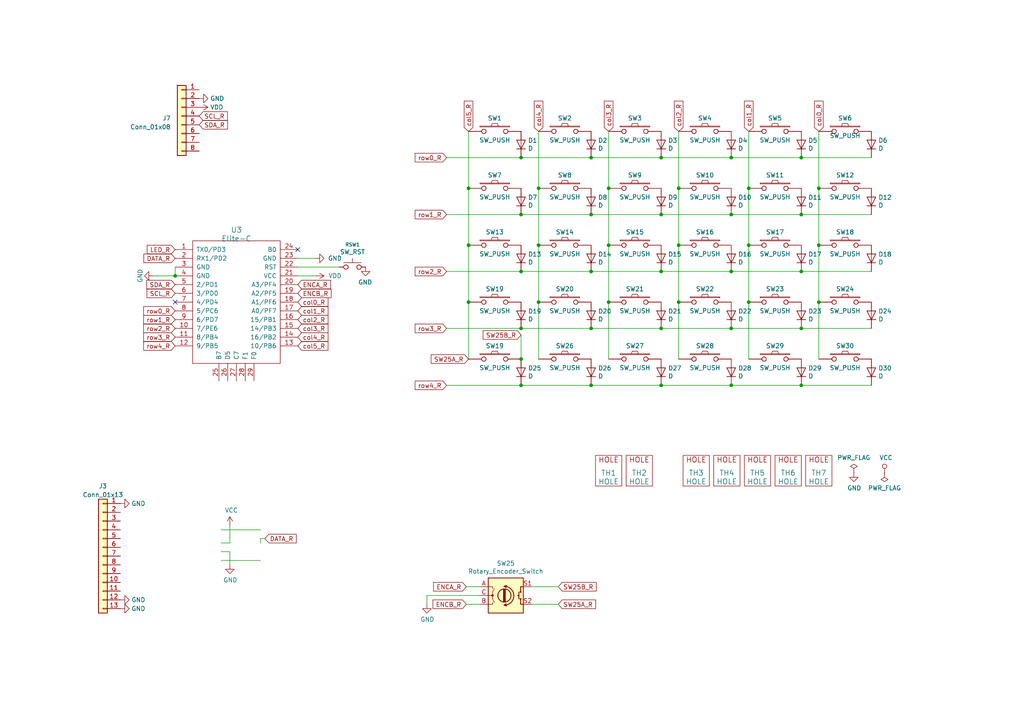
<source format=kicad_sch>
(kicad_sch (version 20230121) (generator eeschema)
  (paper "A4")
  (lib_symbols
    (symbol "Connector_Generic:Conn_01x08" (pin_names (offset 1.016) hide)
      (property "Reference" "J" (at 0 10.16 0))
      (property "Value" "Conn_01x08" (at 0 -12.7 0))
      (symbol "Conn_01x08_1_1"
        (pin passive line (at -5.08 7.62 0) (length 3.81) (name "Pin_1") (number "1"))
        (pin passive line (at -5.08 5.08 0) (length 3.81) (name "Pin_2") (number "2"))
        (pin passive line (at -5.08 2.54 0) (length 3.81) (name "Pin_3") (number "3"))
        (pin passive line (at -5.08 0 0) (length 3.81) (name "Pin_4") (number "4"))
        (pin passive line (at -5.08 -2.54 0) (length 3.81) (name "Pin_5") (number "5"))
        (pin passive line (at -5.08 -5.08 0) (length 3.81) (name "Pin_6") (number "6"))
        (pin passive line (at -5.08 -7.62 0) (length 3.81) (name "Pin_7") (number "7"))
        (pin passive line (at -5.08 -10.16 0) (length 3.81) (name "Pin_8") (number "8"))
      )
    )
    (symbol "Connector_Generic:Conn_01x13" (pin_names (offset 1.016) hide)
      (property "Reference" "J" (at 0 17.78 0))
      (property "Value" "Conn_01x13" (at 0 -17.78 0))
      (symbol "Conn_01x13_1_1"
        (pin passive line (at -5.08 15.24 0) (length 3.81) (name "Pin_1") (number "1"))
        (pin passive line (at -5.08 -7.62 0) (length 3.81) (name "Pin_10") (number "10"))
        (pin passive line (at -5.08 -10.16 0) (length 3.81) (name "Pin_11") (number "11"))
        (pin passive line (at -5.08 -12.7 0) (length 3.81) (name "Pin_12") (number "12"))
        (pin passive line (at -5.08 -15.24 0) (length 3.81) (name "Pin_13") (number "13"))
        (pin passive line (at -5.08 12.7 0) (length 3.81) (name "Pin_2") (number "2"))
        (pin passive line (at -5.08 10.16 0) (length 3.81) (name "Pin_3") (number "3"))
        (pin passive line (at -5.08 7.62 0) (length 3.81) (name "Pin_4") (number "4"))
        (pin passive line (at -5.08 5.08 0) (length 3.81) (name "Pin_5") (number "5"))
        (pin passive line (at -5.08 2.54 0) (length 3.81) (name "Pin_6") (number "6"))
        (pin passive line (at -5.08 0 0) (length 3.81) (name "Pin_7") (number "7"))
        (pin passive line (at -5.08 -2.54 0) (length 3.81) (name "Pin_8") (number "8"))
        (pin passive line (at -5.08 -5.08 0) (length 3.81) (name "Pin_9") (number "9"))
      )
    )
    (symbol "SofleKeyboard-rescue:D-Lily58-cache-Lily58_Pro-rescue" (pin_numbers hide) (pin_names (offset 1.016) hide)
      (property "Reference" "D" (at 0 2.54 0))
      (property "Value" "D-Lily58-cache-Lily58_Pro-rescue" (at 0 -2.54 0))
      (symbol "D-Lily58-cache-Lily58_Pro-rescue_1_1"
        (pin passive line (at -3.81 0 0) (length 2.54) (name "K") (number "1"))
        (pin passive line (at 3.81 0 180) (length 2.54) (name "A") (number "2"))
      )
    )
    (symbol "SofleKeyboard-rescue:GND-Lily58-cache-Lily58_Pro-rescue" (power) (pin_names (offset 0))
      (property "Value" "GND-Lily58-cache-Lily58_Pro-rescue" (at 0 -3.81 0))
      (symbol "GND-Lily58-cache-Lily58_Pro-rescue_1_1"
        (pin power_in line (at 0 0 0) (length 0) hide (name "GND") (number "1"))
      )
    )
    (symbol "SofleKeyboard-rescue:HOLE-Lily58-cache-Lily58_Pro-rescue" (pin_names (offset 1.016))
      (property "Reference" "U" (at 0 0 0))
      (property "Value" "HOLE-Lily58-cache-Lily58_Pro-rescue" (at 0 -5.08 0))
      (symbol "HOLE-Lily58-cache-Lily58_Pro-rescue_0_0"
        (text "HOLE" (at 0 3.81 0) (effects (font (size 1.524 1.524))))
      )
    )
    (symbol "SofleKeyboard-rescue:PWR_FLAG-Lily58-cache-Lily58_Pro-rescue" (power) (pin_numbers hide) (pin_names (offset 0) hide)
      (property "Value" "PWR_FLAG-Lily58-cache-Lily58_Pro-rescue" (at 0 3.81 0))
      (symbol "PWR_FLAG-Lily58-cache-Lily58_Pro-rescue_0_0"
        (pin power_out line (at 0 0 90) (length 0) (name "pwr") (number "1"))
      )
    )
    (symbol "SofleKeyboard-rescue:Rotary_Encoder_Switch-Device" (pin_names (offset 0.254) hide)
      (property "Reference" "SW" (at 0 6.604 0))
      (property "Value" "Device_Rotary_Encoder_Switch" (at 0 -6.604 0))
      (symbol "Rotary_Encoder_Switch-Device_1_1"
        (pin passive line (at -7.62 2.54 0) (length 2.54) (name "A") (number "A"))
        (pin passive line (at -7.62 -2.54 0) (length 2.54) (name "B") (number "B"))
        (pin passive line (at -7.62 0 0) (length 2.54) (name "C") (number "C"))
        (pin passive line (at 7.62 2.54 180) (length 2.54) (name "S1") (number "S1"))
        (pin passive line (at 7.62 -2.54 180) (length 2.54) (name "S2") (number "S2"))
      )
    )
    (symbol "SofleKeyboard-rescue:SW_PUSH-Lily58-cache-Lily58_Pro-rescue" (pin_numbers hide) (pin_names (offset 1.016) hide)
      (property "Reference" "SW" (at 3.81 2.794 0))
      (property "Value" "SW_PUSH-Lily58-cache-Lily58_Pro-rescue" (at 0 -2.032 0))
      (symbol "SW_PUSH-Lily58-cache-Lily58_Pro-rescue_0_1"
        (pin passive inverted (at -7.62 0 0) (length 5.08) (name "1") (number "1"))
        (pin passive inverted (at 7.62 0 180) (length 5.08) (name "2") (number "2"))
      )
    )
    (symbol "SofleKeyboard-rescue:SW_RST-Lily58-cache-Lily58_Pro-rescue" (pin_numbers hide) (pin_names (offset 1.016) hide)
      (property "Reference" "RSW" (at 2.54 2.54 0))
      (property "Value" "SW_RST-Lily58-cache-Lily58_Pro-rescue" (at 0 -2.54 0))
      (symbol "SW_RST-Lily58-cache-Lily58_Pro-rescue_0_1"
        (pin passive inverted (at -3.81 0 0) (length 2.54) (name "1") (number "1"))
        (pin passive inverted (at 3.81 0 180) (length 2.54) (name "2") (number "2"))
      )
    )
    (symbol "SofleKeyboard-rescue:VCC-Lily58-cache-Lily58_Pro-rescue" (power) (pin_names (offset 0))
      (property "Value" "VCC-Lily58-cache-Lily58_Pro-rescue" (at 0 3.81 0))
      (symbol "VCC-Lily58-cache-Lily58_Pro-rescue_1_1"
        (pin power_in line (at 0 0 90) (length 0) hide (name "VCC") (number "1"))
      )
    )
    (symbol "keebio:Elite-C" (pin_names (offset 1.016))
      (property "Reference" "U" (at 0 0 0))
      (property "Value" "Elite-C" (at 0 2.54 0))
      (symbol "Elite-C_1_1"
        (pin input line (at -17.78 13.97 0) (length 5.08) (name "TX0/PD3") (number "1"))
        (pin input line (at -17.78 -8.89 0) (length 5.08) (name "7/PE6") (number "10"))
        (pin input line (at -17.78 -11.43 0) (length 5.08) (name "8/PB4") (number "11"))
        (pin input line (at -17.78 -13.97 0) (length 5.08) (name "9/PB5") (number "12"))
        (pin input line (at 17.78 -13.97 180) (length 5.08) (name "10/PB6") (number "13"))
        (pin input line (at 17.78 -11.43 180) (length 5.08) (name "16/PB2") (number "14"))
        (pin input line (at 17.78 -8.89 180) (length 5.08) (name "14/PB3") (number "15"))
        (pin input line (at 17.78 -6.35 180) (length 5.08) (name "15/PB1") (number "16"))
        (pin input line (at 17.78 -3.81 180) (length 5.08) (name "A0/PF7") (number "17"))
        (pin input line (at 17.78 -1.27 180) (length 5.08) (name "A1/PF6") (number "18"))
        (pin input line (at 17.78 1.27 180) (length 5.08) (name "A2/PF5") (number "19"))
        (pin input line (at -17.78 11.43 0) (length 5.08) (name "RX1/PD2") (number "2"))
        (pin input line (at 17.78 3.81 180) (length 5.08) (name "A3/PF4") (number "20"))
        (pin input line (at 17.78 6.35 180) (length 5.08) (name "VCC") (number "21"))
        (pin input line (at 17.78 8.89 180) (length 5.08) (name "RST") (number "22"))
        (pin input line (at 17.78 11.43 180) (length 5.08) (name "GND") (number "23"))
        (pin input line (at 17.78 13.97 180) (length 5.08) (name "B0") (number "24"))
        (pin input line (at -5.08 -24.13 90) (length 5.08) (name "B7") (number "25"))
        (pin input line (at -2.54 -24.13 90) (length 5.08) (name "D5") (number "26"))
        (pin input line (at 0 -24.13 90) (length 5.08) (name "C7") (number "27"))
        (pin input line (at 2.54 -24.13 90) (length 5.08) (name "F1") (number "28"))
        (pin input line (at 5.08 -24.13 90) (length 5.08) (name "F0") (number "29"))
        (pin input line (at -17.78 8.89 0) (length 5.08) (name "GND") (number "3"))
        (pin input line (at -17.78 6.35 0) (length 5.08) (name "GND") (number "4"))
        (pin input line (at -17.78 3.81 0) (length 5.08) (name "2/PD1") (number "5"))
        (pin input line (at -17.78 1.27 0) (length 5.08) (name "3/PD0") (number "6"))
        (pin input line (at -17.78 -1.27 0) (length 5.08) (name "4/PD4") (number "7"))
        (pin input line (at -17.78 -3.81 0) (length 5.08) (name "5/PC6") (number "8"))
        (pin input line (at -17.78 -6.35 0) (length 5.08) (name "6/PD7") (number "9"))
      )
    )
    (symbol "power:GND" (power) (pin_names (offset 0))
      (property "Value" "GND" (at 0 -3.81 0))
      (symbol "GND_1_1"
        (pin power_in line (at 0 0 270) (length 0) hide (name "GND") (number "1"))
      )
    )
    (symbol "power:VCC" (power) (pin_names (offset 0))
      (property "Value" "VCC" (at 0 3.81 0))
      (symbol "VCC_1_1"
        (pin power_in line (at 0 0 90) (length 0) hide (name "VCC") (number "1"))
      )
    )
    (symbol "power:VDD" (power) (pin_names (offset 0))
      (property "Value" "VDD" (at 0 3.81 0))
      (symbol "VDD_1_1"
        (pin power_in line (at 0 0 90) (length 0) hide (name "VDD") (number "1"))
      )
    )
  )
  (junction (at 237.49 54.61))
  (junction (at 212.09 111.76))
  (junction (at 176.53 54.61))
  (junction (at 151.13 95.25))
  (junction (at 232.41 95.25))
  (junction (at 156.21 87.63))
  (junction (at 171.45 111.76))
  (junction (at 50.8 80.01))
  (junction (at 196.85 54.61))
  (junction (at 171.45 45.72))
  (junction (at 135.89 54.61))
  (junction (at 171.45 78.74))
  (junction (at 196.85 87.63))
  (junction (at 212.09 45.72))
  (junction (at 191.77 78.74))
  (junction (at 176.53 87.63))
  (junction (at 176.53 71.12))
  (junction (at 171.45 62.23))
  (junction (at 191.77 45.72))
  (junction (at 196.85 71.12))
  (junction (at 151.13 45.72))
  (junction (at 191.77 111.76))
  (junction (at 237.49 71.12))
  (junction (at 232.41 45.72))
  (junction (at 232.41 111.76))
  (junction (at 212.09 62.23))
  (junction (at 171.45 95.25))
  (junction (at 151.13 62.23))
  (junction (at 212.09 78.74))
  (junction (at 151.13 78.74))
  (junction (at 151.13 111.76))
  (junction (at 191.77 95.25))
  (junction (at 217.17 71.12))
  (junction (at 237.49 87.63))
  (junction (at 232.41 78.74))
  (junction (at 156.21 71.12))
  (junction (at 151.13 104.14))
  (junction (at 135.89 87.63))
  (junction (at 156.21 54.61))
  (junction (at 135.89 71.12))
  (junction (at 217.17 87.63))
  (junction (at 212.09 95.25))
  (junction (at 191.77 62.23))
  (junction (at 217.17 54.61))
  (junction (at 232.41 62.23))
  (no_connect (at 86.36 72.39))
  (no_connect (at 50.8 87.63))
  (wire (pts (xy 154.305 170.18) (xy 161.925 170.18)))
  (wire (pts (xy 212.09 111.76) (xy 232.41 111.76)))
  (wire (pts (xy 50.8 80.01) (xy 44.45 80.01)))
  (wire (pts (xy 171.45 62.23) (xy 191.77 62.23)))
  (wire (pts (xy 217.17 87.63) (xy 217.17 104.14)))
  (wire (pts (xy 196.85 54.61) (xy 196.85 71.12)))
  (wire (pts (xy 171.45 62.23) (xy 151.13 62.23)))
  (wire (pts (xy 171.45 95.25) (xy 151.13 95.25)))
  (wire (pts (xy 191.77 78.74) (xy 212.09 78.74)))
  (wire (pts (xy 156.21 71.12) (xy 156.21 87.63)))
  (wire (pts (xy 129.54 111.76) (xy 151.13 111.76)))
  (wire (pts (xy 151.13 45.72) (xy 129.54 45.72)))
  (wire (pts (xy 154.305 175.26) (xy 161.925 175.26)))
  (wire (pts (xy 212.09 62.23) (xy 232.41 62.23)))
  (wire (pts (xy 66.675 152.4) (xy 66.675 157.48)))
  (wire (pts (xy 86.36 80.01) (xy 91.44 80.01)))
  (wire (pts (xy 64.135 160.02) (xy 66.675 160.02)))
  (wire (pts (xy 171.45 95.25) (xy 191.77 95.25)))
  (wire (pts (xy 156.21 87.63) (xy 156.21 104.14)))
  (wire (pts (xy 171.45 78.74) (xy 151.13 78.74)))
  (wire (pts (xy 232.41 111.76) (xy 252.73 111.76)))
  (wire (pts (xy 66.675 157.48) (xy 64.135 157.48)))
  (wire (pts (xy 66.675 160.02) (xy 66.675 163.83)))
  (wire (pts (xy 237.49 87.63) (xy 237.49 104.14)))
  (wire (pts (xy 64.135 153.67) (xy 75.565 153.67)))
  (wire (pts (xy 232.41 95.25) (xy 252.73 95.25)))
  (wire (pts (xy 217.17 38.1) (xy 217.17 54.61)))
  (wire (pts (xy 151.13 95.25) (xy 129.54 95.25)))
  (wire (pts (xy 196.85 38.1) (xy 196.85 54.61)))
  (wire (pts (xy 151.13 97.155) (xy 151.13 104.14)))
  (wire (pts (xy 139.065 172.72) (xy 123.825 172.72)))
  (wire (pts (xy 151.13 62.23) (xy 129.54 62.23)))
  (wire (pts (xy 64.135 162.56) (xy 75.565 162.56)))
  (wire (pts (xy 151.13 111.76) (xy 171.45 111.76)))
  (wire (pts (xy 50.8 77.47) (xy 50.8 80.01)))
  (wire (pts (xy 191.77 95.25) (xy 212.09 95.25)))
  (wire (pts (xy 232.41 62.23) (xy 252.73 62.23)))
  (wire (pts (xy 191.77 62.23) (xy 212.09 62.23)))
  (wire (pts (xy 237.49 71.12) (xy 237.49 87.63)))
  (wire (pts (xy 212.09 78.74) (xy 232.41 78.74)))
  (wire (pts (xy 123.825 172.72) (xy 123.825 175.26)))
  (wire (pts (xy 237.49 71.12) (xy 237.49 54.61)))
  (wire (pts (xy 135.89 38.1) (xy 135.89 54.61)))
  (wire (pts (xy 171.45 45.72) (xy 151.13 45.72)))
  (wire (pts (xy 171.45 78.74) (xy 191.77 78.74)))
  (wire (pts (xy 156.21 54.61) (xy 156.21 71.12)))
  (wire (pts (xy 135.89 54.61) (xy 135.89 71.12)))
  (wire (pts (xy 232.41 45.72) (xy 252.73 45.72)))
  (wire (pts (xy 191.77 45.72) (xy 212.09 45.72)))
  (wire (pts (xy 176.53 71.12) (xy 176.53 87.63)))
  (wire (pts (xy 212.09 95.25) (xy 232.41 95.25)))
  (wire (pts (xy 176.53 87.63) (xy 176.53 104.14)))
  (wire (pts (xy 232.41 78.74) (xy 252.73 78.74)))
  (wire (pts (xy 176.53 38.1) (xy 176.53 54.61)))
  (wire (pts (xy 135.255 175.26) (xy 139.065 175.26)))
  (wire (pts (xy 156.21 38.1) (xy 156.21 54.61)))
  (wire (pts (xy 237.49 54.61) (xy 237.49 38.1)))
  (wire (pts (xy 171.45 45.72) (xy 191.77 45.72)))
  (wire (pts (xy 135.89 71.12) (xy 135.89 87.63)))
  (wire (pts (xy 75.565 156.21) (xy 76.835 156.21)))
  (wire (pts (xy 75.565 157.48) (xy 75.565 156.21)))
  (wire (pts (xy 217.17 54.61) (xy 217.17 71.12)))
  (wire (pts (xy 232.41 45.72) (xy 212.09 45.72)))
  (wire (pts (xy 191.77 111.76) (xy 212.09 111.76)))
  (wire (pts (xy 217.17 87.63) (xy 217.17 71.12)))
  (wire (pts (xy 151.13 78.74) (xy 129.54 78.74)))
  (wire (pts (xy 86.36 74.93) (xy 91.44 74.93)))
  (wire (pts (xy 176.53 54.61) (xy 176.53 71.12)))
  (wire (pts (xy 196.85 71.12) (xy 196.85 87.63)))
  (wire (pts (xy 135.89 87.63) (xy 135.89 104.14)))
  (wire (pts (xy 196.85 87.63) (xy 196.85 104.14)))
  (wire (pts (xy 171.45 111.76) (xy 191.77 111.76)))
  (wire (pts (xy 98.425 77.47) (xy 86.36 77.47)))
  (wire (pts (xy 135.255 170.18) (xy 139.065 170.18)))
  (global_label "row0_R" (shape input) (at 129.54 45.72 180) (property "Intersheetrefs" "${INTERSHEET_REFS}" (effects hide)))
  (global_label "col2_R" (shape input) (at 86.36 92.71 0) (property "Intersheetrefs" "${INTERSHEET_REFS}" (effects hide)))
  (global_label "row2_R" (shape input) (at 50.8 95.25 180) (property "Intersheetrefs" "${INTERSHEET_REFS}" (effects hide)))
  (global_label "ENCA_R" (shape input) (at 86.36 82.55 0) (property "Intersheetrefs" "${INTERSHEET_REFS}" (effects hide)))
  (global_label "col3_R" (shape input) (at 86.36 95.25 0) (property "Intersheetrefs" "${INTERSHEET_REFS}" (effects hide)))
  (global_label "row2_R" (shape input) (at 129.54 78.74 180) (property "Intersheetrefs" "${INTERSHEET_REFS}" (effects hide)))
  (global_label "SW25A_R" (shape input) (at 135.89 104.14 180) (property "Intersheetrefs" "${INTERSHEET_REFS}" (effects hide)))
  (global_label "col5_R" (shape input) (at 86.36 100.33 0) (property "Intersheetrefs" "${INTERSHEET_REFS}" (effects hide)))
  (global_label "SW25B_R" (shape input) (at 161.925 170.18 0) (property "Intersheetrefs" "${INTERSHEET_REFS}" (effects hide)))
  (global_label "SCL_R" (shape input) (at 57.785 33.655 0) (property "Intersheetrefs" "${INTERSHEET_REFS}" (effects hide)))
  (global_label "SDA_R" (shape input) (at 57.785 36.195 0) (property "Intersheetrefs" "${INTERSHEET_REFS}" (effects hide)))
  (global_label "col5_R" (shape input) (at 135.89 38.1 90) (property "Intersheetrefs" "${INTERSHEET_REFS}" (effects hide)))
  (global_label "ENCA_R" (shape input) (at 135.255 170.18 180) (property "Intersheetrefs" "${INTERSHEET_REFS}" (effects hide)))
  (global_label "SDA_R" (shape input) (at 50.8 82.55 180) (property "Intersheetrefs" "${INTERSHEET_REFS}" (effects hide)))
  (global_label "row3_R" (shape input) (at 50.8 97.79 180) (property "Intersheetrefs" "${INTERSHEET_REFS}" (effects hide)))
  (global_label "DATA_R" (shape input) (at 50.8 74.93 180) (property "Intersheetrefs" "${INTERSHEET_REFS}" (effects hide)))
  (global_label "LED_R" (shape input) (at 50.8 72.39 180) (property "Intersheetrefs" "${INTERSHEET_REFS}" (effects hide)))
  (global_label "row4_R" (shape input) (at 129.54 111.76 180) (property "Intersheetrefs" "${INTERSHEET_REFS}" (effects hide)))
  (global_label "col4_R" (shape input) (at 156.21 38.1 90) (property "Intersheetrefs" "${INTERSHEET_REFS}" (effects hide)))
  (global_label "col0_R" (shape input) (at 86.36 87.63 0) (property "Intersheetrefs" "${INTERSHEET_REFS}" (effects hide)))
  (global_label "col0_R" (shape input) (at 237.49 38.1 90) (property "Intersheetrefs" "${INTERSHEET_REFS}" (effects hide)))
  (global_label "col4_R" (shape input) (at 86.36 97.79 0) (property "Intersheetrefs" "${INTERSHEET_REFS}" (effects hide)))
  (global_label "SW25A_R" (shape input) (at 161.925 175.26 0) (property "Intersheetrefs" "${INTERSHEET_REFS}" (effects hide)))
  (global_label "col1_R" (shape input) (at 86.36 90.17 0) (property "Intersheetrefs" "${INTERSHEET_REFS}" (effects hide)))
  (global_label "SW25B_R" (shape input) (at 151.13 97.155 180) (property "Intersheetrefs" "${INTERSHEET_REFS}" (effects hide)))
  (global_label "row4_R" (shape input) (at 50.8 100.33 180) (property "Intersheetrefs" "${INTERSHEET_REFS}" (effects hide)))
  (global_label "ENCB_R" (shape input) (at 86.36 85.09 0) (property "Intersheetrefs" "${INTERSHEET_REFS}" (effects hide)))
  (global_label "ENCB_R" (shape input) (at 135.255 175.26 180) (property "Intersheetrefs" "${INTERSHEET_REFS}" (effects hide)))
  (global_label "row3_R" (shape input) (at 129.54 95.25 180) (property "Intersheetrefs" "${INTERSHEET_REFS}" (effects hide)))
  (global_label "DATA_R" (shape input) (at 76.835 156.21 0) (property "Intersheetrefs" "${INTERSHEET_REFS}" (effects hide)))
  (global_label "col1_R" (shape input) (at 217.17 38.1 90) (property "Intersheetrefs" "${INTERSHEET_REFS}" (effects hide)))
  (global_label "col3_R" (shape input) (at 176.53 38.1 90) (property "Intersheetrefs" "${INTERSHEET_REFS}" (effects hide)))
  (global_label "SCL_R" (shape input) (at 50.8 85.09 180) (property "Intersheetrefs" "${INTERSHEET_REFS}" (effects hide)))
  (global_label "row1_R" (shape input) (at 50.8 92.71 180) (property "Intersheetrefs" "${INTERSHEET_REFS}" (effects hide)))
  (global_label "row0_R" (shape input) (at 50.8 90.17 180) (property "Intersheetrefs" "${INTERSHEET_REFS}" (effects hide)))
  (global_label "row1_R" (shape input) (at 129.54 62.23 180) (property "Intersheetrefs" "${INTERSHEET_REFS}" (effects hide)))
  (global_label "col2_R" (shape input) (at 196.85 38.1 90) (property "Intersheetrefs" "${INTERSHEET_REFS}" (effects hide)))
  (symbol (lib_id "SofleKeyboard-rescue:SW_PUSH-Lily58-cache-Lily58_Pro-rescue") (at 245.11 71.12 0) (unit 1)
    (property "Reference" "SW18" (at 245.11 67.31 0))
    (property "Value" "SW_PUSH" (at 245.11 73.66 0))
    (property "Footprint" "SofleKeyboard-footprint:SW-HS-1u" (effects hide))
    (instances (project "SofleKeyboard" (path "" (reference "SW18") (unit 1)) (path "" (reference "SW58") (unit 1))))
  )
  (symbol (lib_id "SofleKeyboard-rescue:D-Lily58-cache-Lily58_Pro-rescue") (at 171.45 107.95 90) (unit 1)
    (property "Reference" "D26" (at 173.4566 106.7816 90) (effects (justify right)))
    (property "Value" "D" (at 173.4566 109.093 90) (effects (justify right)))
    (property "Footprint" "SofleKeyboard-footprint:Diode_SOD123_2" (effects hide))
    (instances (project "SofleKeyboard" (path "" (reference "D26") (unit 1)) (path "" (reference "D40") (unit 1))))
  )
  (symbol (lib_id "SofleKeyboard-rescue:D-Lily58-cache-Lily58_Pro-rescue") (at 151.13 74.93 90) (unit 1)
    (property "Reference" "D13" (at 153.1366 73.7616 90) (effects (justify right)))
    (property "Value" "D" (at 153.1366 76.073 90) (effects (justify right)))
    (property "Footprint" "SofleKeyboard-footprint:Diode_SOD123_2" (effects hide))
    (instances (project "SofleKeyboard" (path "" (reference "D13") (unit 1)) (path "" (reference "D33") (unit 1))))
  )
  (symbol (lib_id "SofleKeyboard-rescue:D-Lily58-cache-Lily58_Pro-rescue") (at 171.45 41.91 90) (unit 1)
    (property "Reference" "D2" (at 173.4566 40.7416 90) (effects (justify right)))
    (property "Value" "D" (at 173.4566 43.053 90) (effects (justify right)))
    (property "Footprint" "SofleKeyboard-footprint:Diode_SOD123_2" (effects hide))
    (instances (project "SofleKeyboard" (path "" (reference "D2") (unit 1)) (path "" (reference "D36") (unit 1))))
  )
  (symbol (lib_id "SofleKeyboard-rescue:Rotary_Encoder_Switch-Device") (at 146.685 172.72 0) (unit 1)
    (property "Reference" "SW25" (at 146.685 163.3982 0))
    (property "Value" "Rotary_Encoder_Switch" (at 146.685 165.7096 0))
    (property "Footprint" "SofleKeyboard-footprint:RotaryEncoder_Alps_EC11E-Switch_Vertical_H20mm-keebio_modified" (effects hide))
    (instances (project "SofleKeyboard" (path "" (reference "SW25") (unit 1)) (path "" (reference "SW31") (unit 1))))
  )
  (symbol (lib_id "SofleKeyboard-rescue:SW_PUSH-Lily58-cache-Lily58_Pro-rescue") (at 245.11 38.1 0) (unit 1)
    (property "Reference" "SW6" (at 245.11 34.29 0))
    (property "Value" "SW_PUSH" (at 245.11 39.37 0))
    (property "Footprint" "SofleKeyboard-footprint:SW-HS-1u" (effects hide))
    (instances (project "SofleKeyboard" (path "" (reference "SW6") (unit 1)) (path "" (reference "SW56") (unit 1))))
  )
  (symbol (lib_id "SofleKeyboard-rescue:PWR_FLAG-Lily58-cache-Lily58_Pro-rescue") (at 256.54 137.16 180) (unit 1)
    (property "Reference" "#FLG02" (effects hide))
    (property "Value" "PWR_FLAG" (at 256.54 141.5542 0))
    (instances (project "SofleKeyboard" (path "" (reference "#FLG02") (unit 1)) (path "" (reference "#FLG04") (unit 1))))
  )
  (symbol (lib_id "SofleKeyboard-rescue:D-Lily58-cache-Lily58_Pro-rescue") (at 151.13 41.91 90) (unit 1)
    (property "Reference" "D1" (at 153.1366 40.7416 90) (effects (justify right)))
    (property "Value" "D" (at 153.1366 43.053 90) (effects (justify right)))
    (property "Footprint" "SofleKeyboard-footprint:Diode_SOD123_2" (effects hide))
    (instances (project "SofleKeyboard" (path "" (reference "D1") (unit 1)) (path "" (reference "D31") (unit 1))))
  )
  (symbol (lib_id "SofleKeyboard-rescue:SW_PUSH-Lily58-cache-Lily58_Pro-rescue") (at 184.15 38.1 0) (unit 1)
    (property "Reference" "SW3" (at 184.15 34.29 0))
    (property "Value" "SW_PUSH" (at 184.15 40.64 0))
    (property "Footprint" "SofleKeyboard-footprint:SW-HS-1u" (effects hide))
    (instances (project "SofleKeyboard" (path "" (reference "SW3") (unit 1)) (path "" (reference "SW41") (unit 1))))
  )
  (symbol (lib_id "SofleKeyboard-rescue:D-Lily58-cache-Lily58_Pro-rescue") (at 252.73 91.44 90) (unit 1)
    (property "Reference" "D24" (at 254.7366 90.2716 90) (effects (justify right)))
    (property "Value" "D" (at 254.7366 92.583 90) (effects (justify right)))
    (property "Footprint" "SofleKeyboard-footprint:Diode_SOD123_2" (effects hide))
    (instances (project "SofleKeyboard" (path "" (reference "D24") (unit 1)) (path "" (reference "D59") (unit 1))))
  )
  (symbol (lib_id "SofleKeyboard-rescue:HOLE-Lily58-cache-Lily58_Pro-rescue") (at 210.82 137.16 0) (unit 1)
    (property "Reference" "TH4" (at 210.82 137.16 0) (effects (font (size 1.524 1.524))))
    (property "Value" "HOLE" (at 210.82 139.7 0) (effects (font (size 1.524 1.524))))
    (property "Footprint" "SofleKeyboard-footprint:HOLE_M2_TH" (effects hide))
    (instances (project "SofleKeyboard" (path "" (reference "TH4") (unit 1)) (path "" (reference "TH11") (unit 1))))
  )
  (symbol (lib_id "SofleKeyboard-rescue:HOLE-Lily58-cache-Lily58_Pro-rescue") (at 176.53 137.16 0) (unit 1)
    (property "Reference" "TH1" (at 176.53 137.16 0) (effects (font (size 1.524 1.524))))
    (property "Value" "HOLE" (at 176.53 139.7 0) (effects (font (size 1.524 1.524))))
    (property "Footprint" "SofleKeyboard-footprint:M2_HOLE_PCB" (effects hide))
    (instances (project "SofleKeyboard" (path "" (reference "TH1") (unit 1)) (path "" (reference "TH8") (unit 1))))
  )
  (symbol (lib_id "SofleKeyboard-rescue:SW_PUSH-Lily58-cache-Lily58_Pro-rescue") (at 204.47 54.61 0) (unit 1)
    (property "Reference" "SW10" (at 204.47 50.8 0))
    (property "Value" "SW_PUSH" (at 204.47 57.15 0))
    (property "Footprint" "SofleKeyboard-footprint:SW-HS-1u" (effects hide))
    (instances (project "SofleKeyboard" (path "" (reference "SW10") (unit 1)) (path "" (reference "SW47") (unit 1))))
  )
  (symbol (lib_id "SofleKeyboard-rescue:SW_PUSH-Lily58-cache-Lily58_Pro-rescue") (at 224.79 71.12 0) (unit 1)
    (property "Reference" "SW17" (at 224.79 67.31 0))
    (property "Value" "SW_PUSH" (at 224.79 73.66 0))
    (property "Footprint" "SofleKeyboard-footprint:SW-HS-1u" (effects hide))
    (instances (project "SofleKeyboard" (path "" (reference "SW17") (unit 1)) (path "" (reference "SW53") (unit 1))))
  )
  (symbol (lib_id "SofleKeyboard-rescue:D-Lily58-cache-Lily58_Pro-rescue") (at 252.73 107.95 90) (unit 1)
    (property "Reference" "D30" (at 254.7366 106.7816 90) (effects (justify right)))
    (property "Value" "D" (at 254.7366 109.093 90) (effects (justify right)))
    (property "Footprint" "SofleKeyboard-footprint:Diode_SOD123_2" (effects hide))
    (instances (project "SofleKeyboard" (path "" (reference "D30") (unit 1)) (path "" (reference "D60") (unit 1))))
  )
  (symbol (lib_id "power:VDD") (at 91.44 80.01 270) (unit 1)
    (property "Reference" "#PWR022" (effects hide))
    (property "Value" "VDD" (at 95.25 80.01 90) (effects (justify left)))
  )
  (symbol (lib_id "SofleKeyboard-rescue:D-Lily58-cache-Lily58_Pro-rescue") (at 191.77 41.91 90) (unit 1)
    (property "Reference" "D3" (at 193.7766 40.7416 90) (effects (justify right)))
    (property "Value" "D" (at 193.7766 43.053 90) (effects (justify right)))
    (property "Footprint" "SofleKeyboard-footprint:Diode_SOD123_2" (effects hide))
    (instances (project "SofleKeyboard" (path "" (reference "D3") (unit 1)) (path "" (reference "D41") (unit 1))))
  )
  (symbol (lib_id "power:GND") (at 34.925 146.05 90) (unit 1)
    (property "Reference" "#PWR05" (effects hide))
    (property "Value" "GND" (at 38.1 146.05 90) (effects (justify right)))
  )
  (symbol (lib_id "SofleKeyboard-rescue:D-Lily58-cache-Lily58_Pro-rescue") (at 171.45 74.93 90) (unit 1)
    (property "Reference" "D14" (at 173.4566 73.7616 90) (effects (justify right)))
    (property "Value" "D" (at 173.4566 76.073 90) (effects (justify right)))
    (property "Footprint" "SofleKeyboard-footprint:Diode_SOD123_2" (effects hide))
    (instances (project "SofleKeyboard" (path "" (reference "D14") (unit 1)) (path "" (reference "D38") (unit 1))))
  )
  (symbol (lib_id "SofleKeyboard-rescue:SW_PUSH-Lily58-cache-Lily58_Pro-rescue") (at 143.51 38.1 0) (unit 1)
    (property "Reference" "SW1" (at 143.51 34.29 0))
    (property "Value" "SW_PUSH" (at 143.51 40.64 0))
    (property "Footprint" "SofleKeyboard-footprint:SW-HS-1u" (effects hide))
    (instances (project "SofleKeyboard" (path "" (reference "SW1") (unit 1)) (path "" (reference "SW32") (unit 1))))
  )
  (symbol (lib_id "SofleKeyboard-rescue:D-Lily58-cache-Lily58_Pro-rescue") (at 252.73 41.91 90) (unit 1)
    (property "Reference" "D6" (at 254.7366 40.7416 90) (effects (justify right)))
    (property "Value" "D" (at 254.7366 43.053 90) (effects (justify right)))
    (property "Footprint" "SofleKeyboard-footprint:Diode_SOD123_2" (effects hide))
    (instances (project "SofleKeyboard" (path "" (reference "D6") (unit 1)) (path "" (reference "D56") (unit 1))))
  )
  (symbol (lib_id "SofleKeyboard-rescue:SW_PUSH-Lily58-cache-Lily58_Pro-rescue") (at 184.15 104.14 0) (unit 1)
    (property "Reference" "SW27" (at 184.15 100.33 0))
    (property "Value" "SW_PUSH" (at 184.15 106.68 0))
    (property "Footprint" "SofleKeyboard-footprint:SW-HS-1u" (effects hide))
    (instances (project "SofleKeyboard" (path "" (reference "SW27") (unit 1)) (path "" (reference "SW45") (unit 1))))
  )
  (symbol (lib_id "SofleKeyboard-rescue:HOLE-Lily58-cache-Lily58_Pro-rescue") (at 219.71 137.16 0) (unit 1)
    (property "Reference" "TH5" (at 219.71 137.16 0) (effects (font (size 1.524 1.524))))
    (property "Value" "HOLE" (at 219.71 139.7 0) (effects (font (size 1.524 1.524))))
    (property "Footprint" "SofleKeyboard-footprint:HOLE_M2_TH" (effects hide))
    (instances (project "SofleKeyboard" (path "" (reference "TH5") (unit 1)) (path "" (reference "TH12") (unit 1))))
  )
  (symbol (lib_id "SofleKeyboard-rescue:SW_PUSH-Lily58-cache-Lily58_Pro-rescue") (at 204.47 71.12 0) (unit 1)
    (property "Reference" "SW16" (at 204.47 67.31 0))
    (property "Value" "SW_PUSH" (at 204.47 73.66 0))
    (property "Footprint" "SofleKeyboard-footprint:SW-HS-1u" (effects hide))
    (instances (project "SofleKeyboard" (path "" (reference "SW16") (unit 1)) (path "" (reference "SW48") (unit 1))))
  )
  (symbol (lib_id "SofleKeyboard-rescue:SW_PUSH-Lily58-cache-Lily58_Pro-rescue") (at 224.79 38.1 0) (unit 1)
    (property "Reference" "SW5" (at 224.79 34.29 0))
    (property "Value" "SW_PUSH" (at 224.79 40.64 0))
    (property "Footprint" "SofleKeyboard-footprint:SW-HS-1u" (effects hide))
    (instances (project "SofleKeyboard" (path "" (reference "SW5") (unit 1)) (path "" (reference "SW51") (unit 1))))
  )
  (symbol (lib_id "power:GND") (at 34.925 176.53 90) (unit 1)
    (property "Reference" "#PWR012" (effects hide))
    (property "Value" "GND" (at 38.1 176.53 90) (effects (justify right)))
  )
  (symbol (lib_id "SofleKeyboard-rescue:D-Lily58-cache-Lily58_Pro-rescue") (at 212.09 91.44 90) (unit 1)
    (property "Reference" "D22" (at 214.0966 90.2716 90) (effects (justify right)))
    (property "Value" "D" (at 214.0966 92.583 90) (effects (justify right)))
    (property "Footprint" "SofleKeyboard-footprint:Diode_SOD123_2" (effects hide))
    (instances (project "SofleKeyboard" (path "" (reference "D22") (unit 1)) (path "" (reference "D49") (unit 1))))
  )
  (symbol (lib_id "SofleKeyboard-rescue:HOLE-Lily58-cache-Lily58_Pro-rescue") (at 201.93 137.16 0) (unit 1)
    (property "Reference" "TH3" (at 201.93 137.16 0) (effects (font (size 1.524 1.524))))
    (property "Value" "HOLE" (at 201.93 139.7 0) (effects (font (size 1.524 1.524))))
    (property "Footprint" "SofleKeyboard-footprint:HOLE_M2_TH" (effects hide))
    (instances (project "SofleKeyboard" (path "" (reference "TH3") (unit 1)) (path "" (reference "TH10") (unit 1))))
  )
  (symbol (lib_id "SofleKeyboard-rescue:SW_PUSH-Lily58-cache-Lily58_Pro-rescue") (at 245.11 54.61 0) (unit 1)
    (property "Reference" "SW12" (at 245.11 50.8 0))
    (property "Value" "SW_PUSH" (at 245.11 57.15 0))
    (property "Footprint" "SofleKeyboard-footprint:SW-HS-1u" (effects hide))
    (instances (project "SofleKeyboard" (path "" (reference "SW12") (unit 1)) (path "" (reference "SW57") (unit 1))))
  )
  (symbol (lib_id "SofleKeyboard-rescue:SW_PUSH-Lily58-cache-Lily58_Pro-rescue") (at 245.11 87.63 0) (unit 1)
    (property "Reference" "SW24" (at 245.11 83.82 0))
    (property "Value" "SW_PUSH" (at 245.11 90.17 0))
    (property "Footprint" "SofleKeyboard-footprint:SW-HS-1u" (effects hide))
    (instances (project "SofleKeyboard" (path "" (reference "SW24") (unit 1)) (path "" (reference "SW59") (unit 1))))
  )
  (symbol (lib_id "SofleKeyboard-rescue:SW_PUSH-Lily58-cache-Lily58_Pro-rescue") (at 143.51 71.12 0) (unit 1)
    (property "Reference" "SW13" (at 143.51 67.31 0))
    (property "Value" "SW_PUSH" (at 143.51 73.66 0))
    (property "Footprint" "SofleKeyboard-footprint:SW-HS-1u" (effects hide))
    (instances (project "SofleKeyboard" (path "" (reference "SW13") (unit 1)) (path "" (reference "SW34") (unit 1))))
  )
  (symbol (lib_id "SofleKeyboard-rescue:SW_PUSH-Lily58-cache-Lily58_Pro-rescue") (at 163.83 54.61 0) (unit 1)
    (property "Reference" "SW8" (at 163.83 50.8 0))
    (property "Value" "SW_PUSH" (at 163.83 57.15 0))
    (property "Footprint" "SofleKeyboard-footprint:SW-HS-1u" (effects hide))
    (instances (project "SofleKeyboard" (path "" (reference "SW8") (unit 1)) (path "" (reference "SW37") (unit 1))))
  )
  (symbol (lib_id "SofleKeyboard-rescue:D-Lily58-cache-Lily58_Pro-rescue") (at 232.41 74.93 90) (unit 1)
    (property "Reference" "D17" (at 234.4166 73.7616 90) (effects (justify right)))
    (property "Value" "D" (at 234.4166 76.073 90) (effects (justify right)))
    (property "Footprint" "SofleKeyboard-footprint:Diode_SOD123_2" (effects hide))
    (instances (project "SofleKeyboard" (path "" (reference "D17") (unit 1)) (path "" (reference "D53") (unit 1))))
  )
  (symbol (lib_id "SofleKeyboard-rescue:D-Lily58-cache-Lily58_Pro-rescue") (at 252.73 58.42 90) (unit 1)
    (property "Reference" "D12" (at 254.7366 57.2516 90) (effects (justify right)))
    (property "Value" "D" (at 254.7366 59.563 90) (effects (justify right)))
    (property "Footprint" "SofleKeyboard-footprint:Diode_SOD123_2" (effects hide))
    (instances (project "SofleKeyboard" (path "" (reference "D12") (unit 1)) (path "" (reference "D57") (unit 1))))
  )
  (symbol (lib_id "SofleKeyboard-rescue:D-Lily58-cache-Lily58_Pro-rescue") (at 232.41 107.95 90) (unit 1)
    (property "Reference" "D29" (at 234.4166 106.7816 90) (effects (justify right)))
    (property "Value" "D" (at 234.4166 109.093 90) (effects (justify right)))
    (property "Footprint" "SofleKeyboard-footprint:Diode_SOD123_2" (effects hide))
    (instances (project "SofleKeyboard" (path "" (reference "D29") (unit 1)) (path "" (reference "D55") (unit 1))))
  )
  (symbol (lib_id "SofleKeyboard-rescue:SW_PUSH-Lily58-cache-Lily58_Pro-rescue") (at 163.83 71.12 0) (unit 1)
    (property "Reference" "SW14" (at 163.83 67.31 0))
    (property "Value" "SW_PUSH" (at 163.83 73.66 0))
    (property "Footprint" "SofleKeyboard-footprint:SW-HS-1u" (effects hide))
    (instances (project "SofleKeyboard" (path "" (reference "SW14") (unit 1)) (path "" (reference "SW38") (unit 1))))
  )
  (symbol (lib_id "SofleKeyboard-rescue:D-Lily58-cache-Lily58_Pro-rescue") (at 151.13 107.95 90) (unit 1)
    (property "Reference" "D25" (at 153.1366 106.7816 90) (effects (justify right)))
    (property "Value" "D" (at 153.1366 109.093 90) (effects (justify right)))
    (property "Footprint" "SofleKeyboard-footprint:Diode_SOD123_2" (effects hide))
    (instances (project "SofleKeyboard" (path "" (reference "D25") (unit 1)) (path "" (reference "D35") (unit 1))))
  )
  (symbol (lib_id "SofleKeyboard-rescue:HOLE-Lily58-cache-Lily58_Pro-rescue") (at 228.6 137.16 0) (unit 1)
    (property "Reference" "TH6" (at 228.6 137.16 0) (effects (font (size 1.524 1.524))))
    (property "Value" "HOLE" (at 228.6 139.7 0) (effects (font (size 1.524 1.524))))
    (property "Footprint" "SofleKeyboard-footprint:HOLE_M2_TH" (effects hide))
    (instances (project "SofleKeyboard" (path "" (reference "TH6") (unit 1)) (path "" (reference "TH13") (unit 1))))
  )
  (symbol (lib_id "SofleKeyboard-rescue:SW_PUSH-Lily58-cache-Lily58_Pro-rescue") (at 143.51 54.61 0) (unit 1)
    (property "Reference" "SW7" (at 143.51 50.8 0))
    (property "Value" "SW_PUSH" (at 143.51 57.15 0))
    (property "Footprint" "SofleKeyboard-footprint:SW-HS-1u" (effects hide))
    (instances (project "SofleKeyboard" (path "" (reference "SW7") (unit 1)) (path "" (reference "SW33") (unit 1))))
  )
  (symbol (lib_id "SofleKeyboard-rescue:D-Lily58-cache-Lily58_Pro-rescue") (at 191.77 107.95 90) (unit 1)
    (property "Reference" "D27" (at 193.7766 106.7816 90) (effects (justify right)))
    (property "Value" "D" (at 193.7766 109.093 90) (effects (justify right)))
    (property "Footprint" "SofleKeyboard-footprint:Diode_SOD123_2" (effects hide))
    (instances (project "SofleKeyboard" (path "" (reference "D27") (unit 1)) (path "" (reference "D45") (unit 1))))
  )
  (symbol (lib_id "SofleKeyboard-rescue:SW_PUSH-Lily58-cache-Lily58_Pro-rescue") (at 224.79 104.14 0) (unit 1)
    (property "Reference" "SW29" (at 224.79 100.33 0))
    (property "Value" "SW_PUSH" (at 224.79 106.68 0))
    (property "Footprint" "SofleKeyboard-footprint:SW-HS-1u" (effects hide))
    (instances (project "SofleKeyboard" (path "" (reference "SW29") (unit 1)) (path "" (reference "SW55") (unit 1))))
  )
  (symbol (lib_id "SofleKeyboard-rescue:PWR_FLAG-Lily58-cache-Lily58_Pro-rescue") (at 247.65 137.16 0) (unit 1)
    (property "Reference" "#FLG01" (effects hide))
    (property "Value" "PWR_FLAG" (at 247.65 132.7404 0))
    (instances (project "SofleKeyboard" (path "" (reference "#FLG01") (unit 1)) (path "" (reference "#FLG03") (unit 1))))
  )
  (symbol (lib_id "SofleKeyboard-rescue:SW_PUSH-Lily58-cache-Lily58_Pro-rescue") (at 204.47 38.1 0) (unit 1)
    (property "Reference" "SW4" (at 204.47 34.29 0))
    (property "Value" "SW_PUSH" (at 204.47 40.64 0))
    (property "Footprint" "SofleKeyboard-footprint:SW-HS-1u" (effects hide))
    (instances (project "SofleKeyboard" (path "" (reference "SW4") (unit 1)) (path "" (reference "SW46") (unit 1))))
  )
  (symbol (lib_id "SofleKeyboard-rescue:VCC-Lily58-cache-Lily58_Pro-rescue") (at 256.54 137.16 0) (unit 1)
    (property "Reference" "#PWR013" (effects hide))
    (property "Value" "VCC" (at 256.9718 132.7658 0))
    (instances (project "SofleKeyboard" (path "" (reference "#PWR013") (unit 1)) (path "" (reference "#PWR034") (unit 1))))
  )
  (symbol (lib_id "power:GND") (at 57.785 28.575 90) (unit 1)
    (property "Reference" "#PWR03" (effects hide))
    (property "Value" "GND" (at 60.96 28.575 90) (effects (justify right)))
    (instances (project "SofleKeyboard" (path "" (reference "#PWR03") (unit 1)) (path "" (reference "#PWR020") (unit 1))))
  )
  (symbol (lib_id "SofleKeyboard-rescue:GND-Lily58-cache-Lily58_Pro-rescue") (at 91.44 74.93 90) (unit 1)
    (property "Reference" "#PWR0101" (effects hide))
    (property "Value" "GND" (at 97.155 74.93 90))
    (instances (project "SofleKeyboard" (path "" (reference "#PWR0101") (unit 1)) (path "" (reference "#PWR027") (unit 1))))
  )
  (symbol (lib_id "power:GND") (at 123.825 175.26 0) (unit 1)
    (property "Reference" "#PWR0103" (effects hide))
    (property "Value" "GND" (at 123.952 179.6542 0))
    (instances (project "SofleKeyboard" (path "" (reference "#PWR0103") (unit 1)) (path "" (reference "#PWR026") (unit 1))))
  )
  (symbol (lib_id "SofleKeyboard-rescue:SW_PUSH-Lily58-cache-Lily58_Pro-rescue") (at 163.83 87.63 0) (unit 1)
    (property "Reference" "SW20" (at 163.83 83.82 0))
    (property "Value" "SW_PUSH" (at 163.83 90.17 0))
    (property "Footprint" "SofleKeyboard-footprint:SW-HS-1u" (effects hide))
    (instances (project "SofleKeyboard" (path "" (reference "SW20") (unit 1)) (path "" (reference "SW39") (unit 1))))
  )
  (symbol (lib_id "SofleKeyboard-rescue:D-Lily58-cache-Lily58_Pro-rescue") (at 191.77 58.42 90) (unit 1)
    (property "Reference" "D9" (at 193.7766 57.2516 90) (effects (justify right)))
    (property "Value" "D" (at 193.7766 59.563 90) (effects (justify right)))
    (property "Footprint" "SofleKeyboard-footprint:Diode_SOD123_2" (effects hide))
    (instances (project "SofleKeyboard" (path "" (reference "D9") (unit 1)) (path "" (reference "D42") (unit 1))))
  )
  (symbol (lib_id "SofleKeyboard-rescue:SW_PUSH-Lily58-cache-Lily58_Pro-rescue") (at 204.47 104.14 0) (unit 1)
    (property "Reference" "SW28" (at 204.47 100.33 0))
    (property "Value" "SW_PUSH" (at 204.47 106.68 0))
    (property "Footprint" "SofleKeyboard-footprint:SW-HS-1u" (effects hide))
    (instances (project "SofleKeyboard" (path "" (reference "SW28") (unit 1)) (path "" (reference "SW50") (unit 1))))
  )
  (symbol (lib_id "power:VDD") (at 57.785 31.115 270) (unit 1)
    (property "Reference" "#PWR08" (effects hide))
    (property "Value" "VDD" (at 60.96 31.115 90) (effects (justify left)))
  )
  (symbol (lib_id "SofleKeyboard-rescue:D-Lily58-cache-Lily58_Pro-rescue") (at 212.09 74.93 90) (unit 1)
    (property "Reference" "D16" (at 214.0966 73.7616 90) (effects (justify right)))
    (property "Value" "D" (at 214.0966 76.073 90) (effects (justify right)))
    (property "Footprint" "SofleKeyboard-footprint:Diode_SOD123_2" (effects hide))
    (instances (project "SofleKeyboard" (path "" (reference "D16") (unit 1)) (path "" (reference "D48") (unit 1))))
  )
  (symbol (lib_id "SofleKeyboard-rescue:SW_PUSH-Lily58-cache-Lily58_Pro-rescue") (at 204.47 87.63 0) (unit 1)
    (property "Reference" "SW22" (at 204.47 83.82 0))
    (property "Value" "SW_PUSH" (at 204.47 90.17 0))
    (property "Footprint" "SofleKeyboard-footprint:SW-HS-1u" (effects hide))
    (instances (project "SofleKeyboard" (path "" (reference "SW22") (unit 1)) (path "" (reference "SW49") (unit 1))))
  )
  (symbol (lib_id "SofleKeyboard-rescue:D-Lily58-cache-Lily58_Pro-rescue") (at 171.45 58.42 90) (unit 1)
    (property "Reference" "D8" (at 173.4566 57.2516 90) (effects (justify right)))
    (property "Value" "D" (at 173.4566 59.563 90) (effects (justify right)))
    (property "Footprint" "SofleKeyboard-footprint:Diode_SOD123_2" (effects hide))
    (instances (project "SofleKeyboard" (path "" (reference "D8") (unit 1)) (path "" (reference "D37") (unit 1))))
  )
  (symbol (lib_id "SofleKeyboard-rescue:SW_PUSH-Lily58-cache-Lily58_Pro-rescue") (at 184.15 54.61 0) (unit 1)
    (property "Reference" "SW9" (at 184.15 50.8 0))
    (property "Value" "SW_PUSH" (at 184.15 57.15 0))
    (property "Footprint" "SofleKeyboard-footprint:SW-HS-1u" (effects hide))
    (instances (project "SofleKeyboard" (path "" (reference "SW9") (unit 1)) (path "" (reference "SW42") (unit 1))))
  )
  (symbol (lib_id "SofleKeyboard-rescue:SW_PUSH-Lily58-cache-Lily58_Pro-rescue") (at 184.15 87.63 0) (unit 1)
    (property "Reference" "SW21" (at 184.15 83.82 0))
    (property "Value" "SW_PUSH" (at 184.15 90.17 0))
    (property "Footprint" "SofleKeyboard-footprint:SW-HS-1u" (effects hide))
    (instances (project "SofleKeyboard" (path "" (reference "SW21") (unit 1)) (path "" (reference "SW44") (unit 1))))
  )
  (symbol (lib_id "SofleKeyboard-rescue:SW_RST-Lily58-cache-Lily58_Pro-rescue") (at 102.235 77.47 0) (mirror y) (unit 1)
    (property "Reference" "RSW1" (at 102.235 70.9676 0) (effects (font (size 1.016 1.016))))
    (property "Value" "SW_RST" (at 102.235 73.0758 0))
    (property "Footprint" "SofleKeyboard-footprint:TACT_SWITCH_TVBP06" (effects hide))
    (instances (project "SofleKeyboard" (path "" (reference "RSW1") (unit 1)) (path "" (reference "RSW2") (unit 1))))
  )
  (symbol (lib_id "SofleKeyboard-rescue:D-Lily58-cache-Lily58_Pro-rescue") (at 212.09 58.42 90) (unit 1)
    (property "Reference" "D10" (at 214.0966 57.2516 90) (effects (justify right)))
    (property "Value" "D" (at 214.0966 59.563 90) (effects (justify right)))
    (property "Footprint" "SofleKeyboard-footprint:Diode_SOD123_2" (effects hide))
    (instances (project "SofleKeyboard" (path "" (reference "D10") (unit 1)) (path "" (reference "D47") (unit 1))))
  )
  (symbol (lib_id "SofleKeyboard-rescue:GND-Lily58-cache-Lily58_Pro-rescue") (at 44.45 80.01 270) (unit 1)
    (property "Reference" "#PWR0102" (effects hide))
    (property "Value" "GND" (at 40.64 80.01 0))
    (instances (project "SofleKeyboard" (path "" (reference "#PWR0102") (unit 1)) (path "" (reference "#PWR018") (unit 1))))
  )
  (symbol (lib_id "keebio:Elite-C") (at 68.58 86.36 0) (unit 1)
    (property "Reference" "U3" (at 68.58 66.675 0) (effects (font (size 1.524 1.524))))
    (property "Value" "Elite-C" (at 68.58 69.215 0) (effects (font (size 1.524 1.524))))
    (property "Footprint" "SofleKeyboard-footprint:Elite-C" (effects hide))
  )
  (symbol (lib_id "SofleKeyboard-rescue:D-Lily58-cache-Lily58_Pro-rescue") (at 212.09 41.91 90) (unit 1)
    (property "Reference" "D4" (at 214.0966 40.7416 90) (effects (justify right)))
    (property "Value" "D" (at 214.0966 43.053 90) (effects (justify right)))
    (property "Footprint" "SofleKeyboard-footprint:Diode_SOD123_2" (effects hide))
    (instances (project "SofleKeyboard" (path "" (reference "D4") (unit 1)) (path "" (reference "D46") (unit 1))))
  )
  (symbol (lib_id "SofleKeyboard-rescue:D-Lily58-cache-Lily58_Pro-rescue") (at 151.13 91.44 90) (unit 1)
    (property "Reference" "D19" (at 153.1366 90.2716 90) (effects (justify right)))
    (property "Value" "D" (at 153.1366 92.583 90) (effects (justify right)))
    (property "Footprint" "SofleKeyboard-footprint:Diode_SOD123_2" (effects hide))
    (instances (project "SofleKeyboard" (path "" (reference "D19") (unit 1)) (path "" (reference "D34") (unit 1))))
  )
  (symbol (lib_id "SofleKeyboard-rescue:D-Lily58-cache-Lily58_Pro-rescue") (at 191.77 91.44 90) (unit 1)
    (property "Reference" "D21" (at 193.7766 90.2716 90) (effects (justify right)))
    (property "Value" "D" (at 193.7766 92.583 90) (effects (justify right)))
    (property "Footprint" "SofleKeyboard-footprint:Diode_SOD123_2" (effects hide))
    (instances (project "SofleKeyboard" (path "" (reference "D21") (unit 1)) (path "" (reference "D44") (unit 1))))
  )
  (symbol (lib_id "SofleKeyboard-rescue:SW_PUSH-Lily58-cache-Lily58_Pro-rescue") (at 143.51 104.14 0) (unit 1)
    (property "Reference" "SW19" (at 143.51 100.33 0))
    (property "Value" "SW_PUSH" (at 143.51 106.68 0))
    (property "Footprint" "SofleKeyboard-footprint:SW-HS-1u" (effects hide))
    (instances (project "SofleKeyboard" (path "" (reference "SW19") (unit 1)) (path "" (reference "SW61") (unit 1))))
  )
  (symbol (lib_id "SofleKeyboard-rescue:D-Lily58-cache-Lily58_Pro-rescue") (at 232.41 91.44 90) (unit 1)
    (property "Reference" "D23" (at 234.4166 90.2716 90) (effects (justify right)))
    (property "Value" "D" (at 234.4166 92.583 90) (effects (justify right)))
    (property "Footprint" "SofleKeyboard-footprint:Diode_SOD123_2" (effects hide))
    (instances (project "SofleKeyboard" (path "" (reference "D23") (unit 1)) (path "" (reference "D54") (unit 1))))
  )
  (symbol (lib_id "SofleKeyboard-rescue:D-Lily58-cache-Lily58_Pro-rescue") (at 232.41 41.91 90) (unit 1)
    (property "Reference" "D5" (at 234.4166 40.7416 90) (effects (justify right)))
    (property "Value" "D" (at 234.4166 43.053 90) (effects (justify right)))
    (property "Footprint" "SofleKeyboard-footprint:Diode_SOD123_2" (effects hide))
    (instances (project "SofleKeyboard" (path "" (reference "D5") (unit 1)) (path "" (reference "D51") (unit 1))))
  )
  (symbol (lib_id "SofleKeyboard-rescue:D-Lily58-cache-Lily58_Pro-rescue") (at 212.09 107.95 90) (unit 1)
    (property "Reference" "D28" (at 214.0966 106.7816 90) (effects (justify right)))
    (property "Value" "D" (at 214.0966 109.093 90) (effects (justify right)))
    (property "Footprint" "SofleKeyboard-footprint:Diode_SOD123_2" (effects hide))
    (instances (project "SofleKeyboard" (path "" (reference "D28") (unit 1)) (path "" (reference "D50") (unit 1))))
  )
  (symbol (lib_id "SofleKeyboard-rescue:SW_PUSH-Lily58-cache-Lily58_Pro-rescue") (at 245.11 104.14 0) (unit 1)
    (property "Reference" "SW30" (at 245.11 100.33 0))
    (property "Value" "SW_PUSH" (at 245.11 106.68 0))
    (property "Footprint" "SofleKeyboard-footprint:SW-HS-1u" (effects hide))
    (instances (project "SofleKeyboard" (path "" (reference "SW30") (unit 1)) (path "" (reference "SW60") (unit 1))))
  )
  (symbol (lib_id "SofleKeyboard-rescue:SW_PUSH-Lily58-cache-Lily58_Pro-rescue") (at 143.51 87.63 0) (unit 1)
    (property "Reference" "SW19" (at 143.51 83.82 0))
    (property "Value" "SW_PUSH" (at 143.51 90.17 0))
    (property "Footprint" "SofleKeyboard-footprint:SW-HS-1u" (effects hide))
    (instances (project "SofleKeyboard" (path "" (reference "SW19") (unit 1)) (path "" (reference "SW35") (unit 1))))
  )
  (symbol (lib_id "SofleKeyboard-rescue:GND-Lily58-cache-Lily58_Pro-rescue") (at 106.045 77.47 0) (mirror y) (unit 1)
    (property "Reference" "#PWR010" (effects hide))
    (property "Value" "GND" (at 105.918 81.8642 0))
    (instances (project "SofleKeyboard" (path "" (reference "#PWR010") (unit 1)) (path "" (reference "#PWR019") (unit 1))))
  )
  (symbol (lib_id "SofleKeyboard-rescue:SW_PUSH-Lily58-cache-Lily58_Pro-rescue") (at 224.79 54.61 0) (unit 1)
    (property "Reference" "SW11" (at 224.79 50.8 0))
    (property "Value" "SW_PUSH" (at 224.79 57.15 0))
    (property "Footprint" "SofleKeyboard-footprint:SW-HS-1u" (effects hide))
    (instances (project "SofleKeyboard" (path "" (reference "SW11") (unit 1)) (path "" (reference "SW52") (unit 1))))
  )
  (symbol (lib_id "power:VCC") (at 66.675 152.4 0) (unit 1)
    (property "Reference" "#PWR01" (effects hide))
    (property "Value" "VCC" (at 67.1068 148.0058 0))
    (instances (project "SofleKeyboard" (path "" (reference "#PWR01") (unit 1)) (path "" (reference "#PWR024") (unit 1))))
  )
  (symbol (lib_id "SofleKeyboard-rescue:D-Lily58-cache-Lily58_Pro-rescue") (at 252.73 74.93 90) (unit 1)
    (property "Reference" "D18" (at 254.7366 73.7616 90) (effects (justify right)))
    (property "Value" "D" (at 254.7366 76.073 90) (effects (justify right)))
    (property "Footprint" "SofleKeyboard-footprint:Diode_SOD123_2" (effects hide))
    (instances (project "SofleKeyboard" (path "" (reference "D18") (unit 1)) (path "" (reference "D58") (unit 1))))
  )
  (symbol (lib_id "SofleKeyboard-rescue:SW_PUSH-Lily58-cache-Lily58_Pro-rescue") (at 184.15 71.12 0) (unit 1)
    (property "Reference" "SW15" (at 184.15 67.31 0))
    (property "Value" "SW_PUSH" (at 184.15 73.66 0))
    (property "Footprint" "SofleKeyboard-footprint:SW-HS-1u" (effects hide))
    (instances (project "SofleKeyboard" (path "" (reference "SW15") (unit 1)) (path "" (reference "SW43") (unit 1))))
  )
  (symbol (lib_id "SofleKeyboard-rescue:GND-Lily58-cache-Lily58_Pro-rescue") (at 247.65 137.16 0) (unit 1)
    (property "Reference" "#PWR012" (effects hide))
    (property "Value" "GND" (at 247.777 141.5542 0))
    (instances (project "SofleKeyboard" (path "" (reference "#PWR012") (unit 1)) (path "" (reference "#PWR033") (unit 1))))
  )
  (symbol (lib_id "power:GND") (at 66.675 163.83 0) (unit 1)
    (property "Reference" "#PWR02" (effects hide))
    (property "Value" "GND" (at 66.802 168.2242 0))
    (instances (project "SofleKeyboard" (path "" (reference "#PWR02") (unit 1)) (path "" (reference "#PWR025") (unit 1))))
  )
  (symbol (lib_id "SofleKeyboard-rescue:HOLE-Lily58-cache-Lily58_Pro-rescue") (at 237.49 137.16 0) (unit 1)
    (property "Reference" "TH7" (at 237.49 137.16 0) (effects (font (size 1.524 1.524))))
    (property "Value" "HOLE" (at 237.49 139.7 0) (effects (font (size 1.524 1.524))))
    (property "Footprint" "SofleKeyboard-footprint:HOLE_M2_TH" (effects hide))
    (instances (project "SofleKeyboard" (path "" (reference "TH7") (unit 1)) (path "" (reference "TH14") (unit 1))))
  )
  (symbol (lib_id "SofleKeyboard-rescue:SW_PUSH-Lily58-cache-Lily58_Pro-rescue") (at 163.83 38.1 0) (unit 1)
    (property "Reference" "SW2" (at 163.83 34.29 0))
    (property "Value" "SW_PUSH" (at 163.83 40.64 0))
    (property "Footprint" "SofleKeyboard-footprint:SW-HS-1u" (effects hide))
    (instances (project "SofleKeyboard" (path "" (reference "SW2") (unit 1)) (path "" (reference "SW36") (unit 1))))
  )
  (symbol (lib_id "power:GND") (at 34.925 173.99 90) (unit 1)
    (property "Reference" "#PWR06" (effects hide))
    (property "Value" "GND" (at 38.1 173.99 90) (effects (justify right)))
  )
  (symbol (lib_id "Connector_Generic:Conn_01x13") (at 29.845 161.29 0) (mirror y) (unit 1)
    (property "Reference" "J3" (at 29.845 140.97 0))
    (property "Value" "Conn_01x13" (at 29.845 143.51 0))
    (property "Footprint" "SofleKeyboard-footprint:HRO-TYPE-C-31-M-12-Assembly" (effects hide))
  )
  (symbol (lib_id "SofleKeyboard-rescue:D-Lily58-cache-Lily58_Pro-rescue") (at 151.13 58.42 90) (unit 1)
    (property "Reference" "D7" (at 153.1366 57.2516 90) (effects (justify right)))
    (property "Value" "D" (at 153.1366 59.563 90) (effects (justify right)))
    (property "Footprint" "SofleKeyboard-footprint:Diode_SOD123_2" (effects hide))
    (instances (project "SofleKeyboard" (path "" (reference "D7") (unit 1)) (path "" (reference "D32") (unit 1))))
  )
  (symbol (lib_id "SofleKeyboard-rescue:D-Lily58-cache-Lily58_Pro-rescue") (at 191.77 74.93 90) (unit 1)
    (property "Reference" "D15" (at 193.7766 73.7616 90) (effects (justify right)))
    (property "Value" "D" (at 193.7766 76.073 90) (effects (justify right)))
    (property "Footprint" "SofleKeyboard-footprint:Diode_SOD123_2" (effects hide))
    (instances (project "SofleKeyboard" (path "" (reference "D15") (unit 1)) (path "" (reference "D43") (unit 1))))
  )
  (symbol (lib_id "SofleKeyboard-rescue:SW_PUSH-Lily58-cache-Lily58_Pro-rescue") (at 163.83 104.14 0) (unit 1)
    (property "Reference" "SW26" (at 163.83 100.33 0))
    (property "Value" "SW_PUSH" (at 163.83 106.68 0))
    (property "Footprint" "SofleKeyboard-footprint:SW-HS-1.5u" (effects hide))
    (instances (project "SofleKeyboard" (path "" (reference "SW26") (unit 1)) (path "" (reference "SW40") (unit 1))))
  )
  (symbol (lib_id "SofleKeyboard-rescue:HOLE-Lily58-cache-Lily58_Pro-rescue") (at 185.42 137.16 0) (unit 1)
    (property "Reference" "TH2" (at 185.42 137.16 0) (effects (font (size 1.524 1.524))))
    (property "Value" "HOLE" (at 185.42 139.7 0) (effects (font (size 1.524 1.524))))
    (property "Footprint" "SofleKeyboard-footprint:M2_HOLE_PCB" (effects hide))
    (instances (project "SofleKeyboard" (path "" (reference "TH2") (unit 1)) (path "" (reference "TH9") (unit 1))))
  )
  (symbol (lib_id "SofleKeyboard-rescue:D-Lily58-cache-Lily58_Pro-rescue") (at 171.45 91.44 90) (unit 1)
    (property "Reference" "D20" (at 173.4566 90.2716 90) (effects (justify right)))
    (property "Value" "D" (at 173.4566 92.583 90) (effects (justify right)))
    (property "Footprint" "SofleKeyboard-footprint:Diode_SOD123_2" (effects hide))
    (instances (project "SofleKeyboard" (path "" (reference "D20") (unit 1)) (path "" (reference "D39") (unit 1))))
  )
  (symbol (lib_id "SofleKeyboard-rescue:D-Lily58-cache-Lily58_Pro-rescue") (at 232.41 58.42 90) (unit 1)
    (property "Reference" "D11" (at 234.4166 57.2516 90) (effects (justify right)))
    (property "Value" "D" (at 234.4166 59.563 90) (effects (justify right)))
    (property "Footprint" "SofleKeyboard-footprint:Diode_SOD123_2" (effects hide))
    (instances (project "SofleKeyboard" (path "" (reference "D11") (unit 1)) (path "" (reference "D52") (unit 1))))
  )
  (symbol (lib_id "SofleKeyboard-rescue:SW_PUSH-Lily58-cache-Lily58_Pro-rescue") (at 224.79 87.63 0) (unit 1)
    (property "Reference" "SW23" (at 224.79 83.82 0))
    (property "Value" "SW_PUSH" (at 224.79 90.17 0))
    (property "Footprint" "SofleKeyboard-footprint:SW-HS-1u" (effects hide))
    (instances (project "SofleKeyboard" (path "" (reference "SW23") (unit 1)) (path "" (reference "SW54") (unit 1))))
  )
  (symbol (lib_id "Connector_Generic:Conn_01x08") (at 52.705 33.655 0) (mirror y) (unit 1)
    (property "Reference" "J7" (at 49.53 34.29 0) (effects (justify left)))
    (property "Value" "Conn_01x08" (at 49.53 36.83 0) (effects (justify left)))
    (property "Footprint" "SofleKeyboard-footprint:ST7735-0.96-OLED-Size" (effects hide))
    (instances (project "SofleKeyboard" (path "" (reference "J7") (unit 1)) (path "" (reference "J8") (unit 1))))
  )
)
</source>
